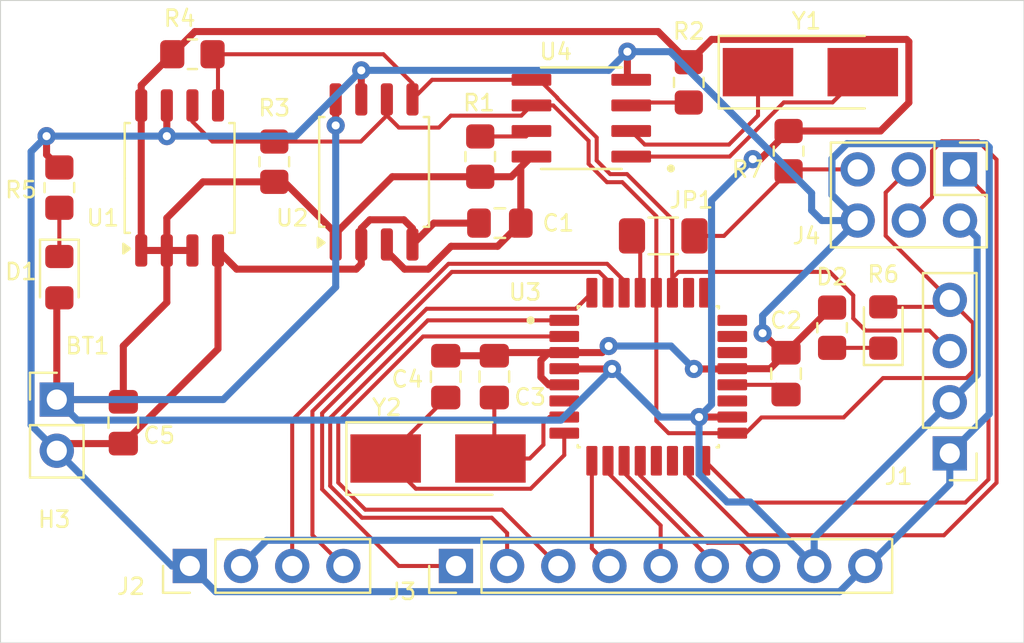
<source format=kicad_pcb>
(kicad_pcb (version 20240108) (generator "pcbnew") (generator_version "8.0")
  (title_block (title "${project_name}") (date "2024-10-04") (rev "1.0") (company "Lucas Vinicius Evangelista") (comment 1 "2 Layer PCB"))
  (layers (0 "F.Cu" signal) (31 "B.Cu" signal) (34 "B.Paste" user) (35 "F.Paste" user) (36 "B.SilkS" user "B.Silkscreen") (37 "F.SilkS" user "F.Silkscreen") (38 "B.Mask" user) (39 "F.Mask" user) (44 "Edge.Cuts" user))
  (property "project_name" "MCU Datalogger with memory and clock")
  (net 0 "")
  (net 1 "GND")
  (net 2 "/Vcc")
  (net 3 "Net-(U3-AREF)")
  (net 5 "Net-(U3-PB6)")
  (net 6 "Net-(U3-PB7)")
  (net 7 "Net-(D1-K)")
  (net 8 "/SCK")
  (net 9 "Net-(D2-K)")
  (net 11 "/SDA")
  (net 13 "/RX")
  (net 14 "/TX")
  (net 15 "/D3")
  (net 16 "/D8")
  (net 17 "/D2")
  (net 18 "/D6")
  (net 19 "/D7")
  (net 20 "/D4")
  (net 21 "/D5")
  (net 23 "/MOSI")
  (net 24 "/RESET")
  (net 29 "/MISO")
  (net 30 "Net-(U4-SQW{slash}~INT)")
  (net 31 "Net-(U4-~{INTA})")
  (net 33 "Net-(U4-X2)")
  (net 34 "Net-(U4-X1)")
  (net 35 "/RESET(JMP)")
  (footprint "Capacitor_SMD:C_0805_2012Metric_Pad1.18x1.45mm_HandSolder" (layer "F.Cu") (at 121.330001 103.251 -90)
    (property "Reference" "C5" (at 0.635 -1.778 180) (layer "F.SilkS") (effects (font (size 0.8 0.8) (thickness 0.125))))
    (property "Value" "100nF" (hide yes))
    (pad "1" smd roundrect (at -1.0375 0 270) (size 1.175 1.45) (layers "F.Cu" "F.Paste" "F.Mask") (roundrect_rratio 0.212766) (net 2 "/Vcc"))
    (pad "2" smd roundrect (at 1.0375 0 270) (size 1.175 1.45) (layers "F.Cu" "F.Paste" "F.Mask") (roundrect_rratio 0.212766) (net 1 "GND"))
  )
  (footprint "Resistor_SMD:R_0805_2012Metric_Pad1.20x1.40mm_HandSolder" (layer "F.Cu") (at 154.350001 89.773 90)
    (property "Reference" "R7" (at -0.905 -2.032 180) (layer "F.SilkS") (effects (font (size 0.8 0.8) (thickness 0.125))))
    (property "Value" "10K" (hide yes))
    (pad "1" smd roundrect (at -1 0 90) (size 1.2 1.4) (layers "F.Cu" "F.Paste" "F.Mask") (roundrect_rratio 0.208333) (net 24 "/RESET"))
    (pad "2" smd roundrect (at 1 0 90) (size 1.2 1.4) (layers "F.Cu" "F.Paste" "F.Mask") (roundrect_rratio 0.208333) (net 2 "/Vcc"))
  )
  (footprint "Capacitor_SMD:C_0805_2012Metric_Pad1.18x1.45mm_HandSolder" (layer "F.Cu") (at 140.020501 93.345 180)
    (property "Reference" "C1" (at -2.8995 0 180) (layer "F.SilkS") (effects (font (size 0.8 0.8) (thickness 0.125))))
    (property "Value" "0.1u" (hide yes))
    (pad "1" smd roundrect (at -1.0375 0 180) (size 1.175 1.45) (layers "F.Cu" "F.Paste" "F.Mask") (roundrect_rratio 0.212766) (net 2 "/Vcc"))
    (pad "2" smd roundrect (at 1.0375 0 180) (size 1.175 1.45) (layers "F.Cu" "F.Paste" "F.Mask") (roundrect_rratio 0.212766) (net 1 "GND"))
  )
  (footprint "Resistor_SMD:R_0805_2012Metric_Pad1.20x1.40mm_HandSolder" (layer "F.Cu") (at 139.045001 90.043 90)
    (property "Reference" "R1" (at 2.667 -0.062 180) (layer "F.SilkS") (effects (font (size 0.8 0.8) (thickness 0.125))))
    (property "Value" "10K" (hide yes))
    (pad "1" smd roundrect (at -1 0 90) (size 1.2 1.4) (layers "F.Cu" "F.Paste" "F.Mask") (roundrect_rratio 0.208333) (net 2 "/Vcc"))
    (pad "2" smd roundrect (at 1 0 90) (size 1.2 1.4) (layers "F.Cu" "F.Paste" "F.Mask") (roundrect_rratio 0.208333) (net 30 "Net-(U4-SQW{slash}~INT)"))
  )
  (footprint "Resistor_SMD:R_0805_2012Metric_Pad1.20x1.40mm_HandSolder" (layer "F.Cu") (at 124.759001 84.963 180)
    (property "Reference" "R4" (at 0.635 1.778 360) (layer "F.SilkS") (effects (font (size 0.8 0.8) (thickness 0.125))))
    (property "Value" "4.7K" (hide yes))
    (pad "1" smd roundrect (at -1 0 180) (size 1.2 1.4) (layers "F.Cu" "F.Paste" "F.Mask") (roundrect_rratio 0.208333) (net 11 "/SDA"))
    (pad "2" smd roundrect (at 1 0 180) (size 1.2 1.4) (layers "F.Cu" "F.Paste" "F.Mask") (roundrect_rratio 0.208333) (net 2 "/Vcc"))
  )
  (footprint "Connector_PinHeader_2.54mm:PinHeader_1x04_P2.54mm_Vertical" (layer "F.Cu") (at 162.351001 104.775 180)
    (property "Reference" "J1" (at 2.54 -1.143 360) (layer "F.SilkS") (effects (font (size 0.8 0.8) (thickness 0.125))))
    (property "Value" "Conn_01x04_Pin" (hide yes))
    (pad "1" thru_hole rect (at 0 0 180) (size 1.7 1.7) (drill 1) (layers "*.Cu" "*.Mask") (net 1 "GND"))
    (pad "2" thru_hole oval (at 0 2.54 180) (size 1.7 1.7) (drill 1) (layers "*.Cu" "*.Mask") (net 2 "/Vcc"))
    (pad "3" thru_hole oval (at 0 5.08 180) (size 1.7 1.7) (drill 1) (layers "*.Cu" "*.Mask") (net 11 "/SDA"))
    (pad "4" thru_hole oval (at 0 7.62 180) (size 1.7 1.7) (drill 1) (layers "*.Cu" "*.Mask") (net 8 "/SCK"))
  )
  (footprint "Connector_PinHeader_2.54mm:PinHeader_2x03_P2.54mm_Vertical" (layer "F.Cu") (at 162.859001 90.678 -90)
    (property "Reference" "J4" (at 3.302 7.62 180) (layer "F.SilkS") (effects (font (size 0.8 0.8) (thickness 0.125))))
    (property "Value" "Conn_02x03_Odd_Even" (hide yes))
    (pad "1" thru_hole rect (at 0 0 270) (size 1.7 1.7) (drill 1) (layers "*.Cu" "*.Mask") (net 29 "/MISO"))
    (pad "2" thru_hole oval (at 2.54 0 270) (size 1.7 1.7) (drill 1) (layers "*.Cu" "*.Mask") (net 2 "/Vcc"))
    (pad "3" thru_hole oval (at 0 2.54 270) (size 1.7 1.7) (drill 1) (layers "*.Cu" "*.Mask") (net 8 "/SCK"))
    (pad "4" thru_hole oval (at 2.54 2.54 270) (size 1.7 1.7) (drill 1) (layers "*.Cu" "*.Mask") (net 23 "/MOSI"))
    (pad "5" thru_hole oval (at 0 5.08 270) (size 1.7 1.7) (drill 1) (layers "*.Cu" "*.Mask") (net 24 "/RESET"))
    (pad "6" thru_hole oval (at 2.54 5.08 270) (size 1.7 1.7) (drill 1) (layers "*.Cu" "*.Mask") (net 1 "GND"))
  )
  (footprint "Capacitor_SMD:C_0805_2012Metric_Pad1.18x1.45mm_HandSolder" (layer "F.Cu") (at 154.223001 100.8165 90)
    (property "Reference" "C2" (at 2.6455 0 360) (layer "F.SilkS") (effects (font (size 0.8 0.8) (thickness 0.125))))
    (property "Value" "0.1u" (hide yes))
    (pad "1" smd roundrect (at -1.0375 0 90) (size 1.175 1.45) (layers "F.Cu" "F.Paste" "F.Mask") (roundrect_rratio 0.212766) (net 3 "Net-(U3-AREF)"))
    (pad "2" smd roundrect (at 1.0375 0 90) (size 1.175 1.45) (layers "F.Cu" "F.Paste" "F.Mask") (roundrect_rratio 0.212766) (net 1 "GND"))
  )
  (footprint "Capacitor_SMD:C_0805_2012Metric_Pad1.18x1.45mm_HandSolder" (layer "F.Cu") (at 137.332001 100.965 90)
    (property "Reference" "C4" (at -0.127 -1.905 180) (layer "F.SilkS") (effects (font (size 0.8 0.8) (thickness 0.125))))
    (property "Value" "22pF" (hide yes))
    (pad "1" smd roundrect (at -1.0375 0 90) (size 1.175 1.45) (layers "F.Cu" "F.Paste" "F.Mask") (roundrect_rratio 0.212766) (net 6 "Net-(U3-PB7)"))
    (pad "2" smd roundrect (at 1.0375 0 90) (size 1.175 1.45) (layers "F.Cu" "F.Paste" "F.Mask") (roundrect_rratio 0.212766) (net 1 "GND"))
  )
  (footprint "Connector_PinHeader_2.54mm:PinHeader_1x09_P2.54mm_Vertical" (layer "F.Cu") (at 137.840001 110.363 90)
    (property "Reference" "J3" (at -1.27 -2.667 180) (layer "F.SilkS") (effects (font (size 0.8 0.8) (thickness 0.125))))
    (property "Value" "Conn_01x09_Pin" (hide yes))
    (pad "1" thru_hole rect (at 0 0 90) (size 1.7 1.7) (drill 1) (layers "*.Cu" "*.Mask") (net 17 "/D2"))
    (pad "2" thru_hole oval (at 0 2.54 90) (size 1.7 1.7) (drill 1) (layers "*.Cu" "*.Mask") (net 15 "/D3"))
    (pad "3" thru_hole oval (at 0 5.08 90) (size 1.7 1.7) (drill 1) (layers "*.Cu" "*.Mask") (net 20 "/D4"))
    (pad "4" thru_hole oval (at 0 7.62 90) (size 1.7 1.7) (drill 1) (layers "*.Cu" "*.Mask") (net 21 "/D5"))
    (pad "5" thru_hole oval (at 0 10.16 90) (size 1.7 1.7) (drill 1) (layers "*.Cu" "*.Mask") (net 18 "/D6"))
    (pad "6" thru_hole oval (at 0 12.7 90) (size 1.7 1.7) (drill 1) (layers "*.Cu" "*.Mask") (net 19 "/D7"))
    (pad "7" thru_hole oval (at 0 15.24 90) (size 1.7 1.7) (drill 1) (layers "*.Cu" "*.Mask") (net 16 "/D8"))
    (pad "8" thru_hole oval (at 0 17.78 90) (size 1.7 1.7) (drill 1) (layers "*.Cu" "*.Mask") (net 2 "/Vcc"))
    (pad "9" thru_hole oval (at 0 20.32 90) (size 1.7 1.7) (drill 1) (layers "*.Cu" "*.Mask") (net 1 "GND"))
  )
  (footprint "LED_SMD:LED_0805_2012Metric_Pad1.15x1.40mm_HandSolder" (layer "F.Cu") (at 159.049001 98.527 90)
    (property "Reference" "D2" (at 2.515 -2.54 360) (layer "F.SilkS") (effects (font (size 0.8 0.8) (thickness 0.125))))
    (property "Value" "LED" (hide yes))
    (pad "1" smd roundrect (at -1.025 0 90) (size 1.15 1.4) (layers "F.Cu" "F.Paste" "F.Mask") (roundrect_rratio 0.217391) (net 9 "Net-(D2-K)"))
    (pad "2" smd roundrect (at 1.025 0 90) (size 1.15 1.4) (layers "F.Cu" "F.Paste" "F.Mask") (roundrect_rratio 0.217391) (net 8 "/SCK"))
  )
  (footprint "Resistor_SMD:R_1206_3216Metric_Pad1.30x1.75mm_HandSolder" (layer "F.Cu") (at 148.127001 93.98)
    (property "Reference" "JP1" (at 1.397 -1.778 0) (layer "F.SilkS") (effects (font (size 0.8 0.8) (thickness 0.125))))
    (property "Value" "Jumper_2_Bridged" (hide yes))
    (pad "1" smd roundrect (at -1.55 0) (size 1.3 1.75) (layers "F.Cu" "F.Paste" "F.Mask") (roundrect_rratio 0.192308) (net 35 "/RESET(JMP)"))
    (pad "2" smd roundrect (at 1.55 0) (size 1.3 1.75) (layers "F.Cu" "F.Paste" "F.Mask") (roundrect_rratio 0.192308) (net 24 "/RESET"))
  )
  (footprint "LED_SMD:LED_0805_2012Metric_Pad1.15x1.40mm_HandSolder" (layer "F.Cu") (at 118.155001 96.028 -90)
    (property "Reference" "D1" (at -0.27 1.905 180) (layer "F.SilkS") (effects (font (size 0.8 0.8) (thickness 0.125))))
    (property "Value" "LED" (hide yes))
    (pad "1" smd roundrect (at -1.025 0 270) (size 1.15 1.4) (layers "F.Cu" "F.Paste" "F.Mask") (roundrect_rratio 0.217391) (net 7 "Net-(D1-K)"))
    (pad "2" smd roundrect (at 1.025 0 270) (size 1.15 1.4) (layers "F.Cu" "F.Paste" "F.Mask") (roundrect_rratio 0.217391) (net 2 "/Vcc"))
  )
  (footprint "MountingHole:MountingHole_2.1mm" (layer "F.Cu") (at 117.901001 84.963)
    (property "Reference" "H1" (hide yes))
    (property "Value" "MountingHole" (hide yes))
    (pad "" np_thru_hole circle (at 0 0) (size 2.1 2.1) (drill 2.1) (layers "*.Cu" "*.Mask"))
  )
  (footprint "Capacitor_SMD:C_0805_2012Metric_Pad1.18x1.45mm_HandSolder" (layer "F.Cu") (at 139.745001 100.965 -90)
    (property "Reference" "C3" (at 1.016 -1.778 180) (layer "F.SilkS") (effects (font (size 0.8 0.8) (thickness 0.125))))
    (property "Value" "22pF" (hide yes))
    (pad "1" smd roundrect (at -1.0375 0 270) (size 1.175 1.45) (layers "F.Cu" "F.Paste" "F.Mask") (roundrect_rratio 0.212766) (net 1 "GND"))
    (pad "2" smd roundrect (at 1.0375 0 270) (size 1.175 1.45) (layers "F.Cu" "F.Paste" "F.Mask") (roundrect_rratio 0.212766) (net 5 "Net-(U3-PB6)"))
  )
  (footprint "Crystal:Crystal_SMD_5032-2Pin_5.0x3.2mm_HandSoldering" (layer "F.Cu") (at 155.433001 85.852)
    (property "Reference" "Y1" (at -0.194 -2.54 180) (layer "F.SilkS") (effects (font (size 0.8 0.8) (thickness 0.125))))
    (property "Value" "32.768kHz" (hide yes))
    (pad "1" smd rect (at -2.6 0) (size 3.5 2.4) (layers "F.Cu" "F.Paste" "F.Mask") (net 33 "Net-(U4-X2)"))
    (pad "2" smd rect (at 2.6 0) (size 3.5 2.4) (layers "F.Cu" "F.Paste" "F.Mask") (net 34 "Net-(U4-X1)"))
  )
  (footprint "MountingHole:MountingHole_2.1mm" (layer "F.Cu") (at 117.901001 111.252)
    (property "Reference" "H3" (at 0 -3.2 0) (layer "F.SilkS") (effects (font (size 0.8 0.8) (thickness 0.125))))
    (property "Value" "MountingHole" (hide yes))
    (pad "" np_thru_hole circle (at 0 0) (size 2.1 2.1) (drill 2.1) (layers "*.Cu" "*.Mask"))
  )
  (footprint "Resistor_SMD:R_0805_2012Metric_Pad1.20x1.40mm_HandSolder" (layer "F.Cu") (at 128.823001 90.297 90)
    (property "Reference" "R3" (at 2.667 0 180) (layer "F.SilkS") (effects (font (size 0.8 0.8) (thickness 0.125))))
    (property "Value" "4.7K" (hide yes))
    (pad "1" smd roundrect (at -1 0 90) (size 1.2 1.4) (layers "F.Cu" "F.Paste" "F.Mask") (roundrect_rratio 0.208333) (net 2 "/Vcc"))
    (pad "2" smd roundrect (at 1 0 90) (size 1.2 1.4) (layers "F.Cu" "F.Paste" "F.Mask") (roundrect_rratio 0.208333) (net 8 "/SCK"))
  )
  (footprint "Connector_PinHeader_2.54mm:PinHeader_1x02_P2.54mm_Vertical" (layer "F.Cu") (at 118.028001 102.103)
    (property "Reference" "BT1" (at 1.524 -2.662 0) (layer "F.SilkS") (effects (font (size 0.8 0.8) (thickness 0.125))))
    (property "Value" "Battery" (hide yes))
    (pad "1" thru_hole rect (at 0 0) (size 1.7 1.7) (drill 1) (layers "*.Cu" "*.Mask") (net 2 "/Vcc"))
    (pad "2" thru_hole oval (at 0 2.54) (size 1.7 1.7) (drill 1) (layers "*.Cu" "*.Mask") (net 1 "GND"))
  )
  (footprint "Resistor_SMD:R_0805_2012Metric_Pad1.20x1.40mm_HandSolder" (layer "F.Cu") (at 149.397001 86.36 -90)
    (property "Reference" "R2" (at -2.54 0 180) (layer "F.SilkS") (effects (font (size 0.8 0.8) (thickness 0.125))))
    (property "Value" "10K" (hide yes))
    (pad "1" smd roundrect (at -1 0 270) (size 1.2 1.4) (layers "F.Cu" "F.Paste" "F.Mask") (roundrect_rratio 0.208333) (net 2 "/Vcc"))
    (pad "2" smd roundrect (at 1 0 270) (size 1.2 1.4) (layers "F.Cu" "F.Paste" "F.Mask") (roundrect_rratio 0.208333) (net 31 "Net-(U4-~{INTA})"))
  )
  (footprint "Package_SO:SOIC-8_5.23x5.23mm_P1.27mm" (layer "F.Cu") (at 124.124001 91.103 90)
    (property "Reference" "U1" (at -1.988 -3.81 180) (layer "F.SilkS") (effects (font (size 0.8 0.8) (thickness 0.125))))
    (property "Value" "24LC1025" (hide yes))
    (pad "1" smd roundrect (at -3.6 -1.905 90) (size 1.6 0.6) (layers "F.Cu" "F.Paste" "F.Mask") (net 2 "/Vcc"))
    (pad "2" smd roundrect (at -3.6 -0.635 90) (size 1.6 0.6) (layers "F.Cu" "F.Paste" "F.Mask") (net 2 "/Vcc"))
    (pad "3" smd roundrect (at -3.6 0.635 90) (size 1.6 0.6) (layers "F.Cu" "F.Paste" "F.Mask") (net 2 "/Vcc"))
    (pad "4" smd roundrect (at -3.6 1.905 90) (size 1.6 0.6) (layers "F.Cu" "F.Paste" "F.Mask") (net 1 "GND"))
    (pad "5" smd roundrect (at 3.6 1.905 90) (size 1.6 0.6) (layers "F.Cu" "F.Paste" "F.Mask") (net 11 "/SDA"))
    (pad "6" smd roundrect (at 3.6 0.635 90) (size 1.6 0.6) (layers "F.Cu" "F.Paste" "F.Mask") (net 8 "/SCK"))
    (pad "7" smd roundrect (at 3.6 -0.635 90) (size 1.6 0.6) (layers "F.Cu" "F.Paste" "F.Mask") (net 1 "GND"))
    (pad "8" smd roundrect (at 3.6 -1.905 90) (size 1.6 0.6) (layers "F.Cu" "F.Paste" "F.Mask") (net 2 "/Vcc"))
  )
  (footprint "MountingHole:MountingHole_2.1mm" (layer "F.Cu") (at 163.367001 111.252)
    (property "Reference" "H4" (hide yes))
    (property "Value" "MountingHole" (hide yes))
    (pad "" np_thru_hole circle (at 0 0) (size 2.1 2.1) (drill 2.1) (layers "*.Cu" "*.Mask"))
  )
  (footprint "Connector_PinHeader_2.54mm:PinHeader_1x04_P2.54mm_Vertical" (layer "F.Cu") (at 124.632001 110.363 90)
    (property "Reference" "J2" (at -1.016 -2.921 180) (layer "F.SilkS") (effects (font (size 0.8 0.8) (thickness 0.125))))
    (property "Value" "Conn_01x04_Pin" (hide yes))
    (pad "1" thru_hole rect (at 0 0 90) (size 1.7 1.7) (drill 1) (layers "*.Cu" "*.Mask") (net 1 "GND"))
    (pad "2" thru_hole oval (at 0 2.54 90) (size 1.7 1.7) (drill 1) (layers "*.Cu" "*.Mask") (net 2 "/Vcc"))
    (pad "3" thru_hole oval (at 0 5.08 90) (size 1.7 1.7) (drill 1) (layers "*.Cu" "*.Mask") (net 13 "/RX"))
    (pad "4" thru_hole oval (at 0 7.62 90) (size 1.7 1.7) (drill 1) (layers "*.Cu" "*.Mask") (net 14 "/TX"))
  )
  (footprint "Resistor_SMD:R_0805_2012Metric_Pad1.20x1.40mm_HandSolder" (layer "F.Cu") (at 156.509001 98.536 -90)
    (property "Reference" "R6" (at -2.651 -2.54 360) (layer "F.SilkS") (effects (font (size 0.8 0.8) (thickness 0.125))))
    (property "Value" "330" (hide yes))
    (pad "1" smd roundrect (at -1 0 270) (size 1.2 1.4) (layers "F.Cu" "F.Paste" "F.Mask") (roundrect_rratio 0.208333) (net 1 "GND"))
    (pad "2" smd roundrect (at 1 0 270) (size 1.2 1.4) (layers "F.Cu" "F.Paste" "F.Mask") (roundrect_rratio 0.208333) (net 9 "Net-(D2-K)"))
  )
  (footprint "Resistor_SMD:R_0805_2012Metric_Pad1.20x1.40mm_HandSolder" (layer "F.Cu") (at 118.155001 91.583 90)
    (property "Reference" "R5" (at -0.111 -1.905 180) (layer "F.SilkS") (effects (font (size 0.8 0.8) (thickness 0.125))))
    (property "Value" "330" (hide yes))
    (pad "1" smd roundrect (at -1 0 90) (size 1.2 1.4) (layers "F.Cu" "F.Paste" "F.Mask") (roundrect_rratio 0.208333) (net 7 "Net-(D1-K)"))
    (pad "2" smd roundrect (at 1 0 90) (size 1.2 1.4) (layers "F.Cu" "F.Paste" "F.Mask") (roundrect_rratio 0.208333) (net 1 "GND"))
  )
  (footprint "Crystal:Crystal_SMD_5032-2Pin_5.0x3.2mm_HandSoldering" (layer "F.Cu") (at 136.951001 105.029)
    (property "Reference" "Y2" (at -2.54 -2.54 360) (layer "F.SilkS") (effects (font (size 0.8 0.8) (thickness 0.125))))
    (property "Value" "16KHz" (hide yes))
    (pad "1" smd rect (at -2.6 0) (size 3.5 2.4) (layers "F.Cu" "F.Paste" "F.Mask") (net 6 "Net-(U3-PB7)"))
    (pad "2" smd rect (at 2.6 0) (size 3.5 2.4) (layers "F.Cu" "F.Paste" "F.Mask") (net 5 "Net-(U3-PB6)"))
  )
  (footprint "ATMEGA328P-AU:QFP80P900X900X120-32N" (layer "F.Cu") (at 147.386001 100.971)
    (property "Reference" "U3" (at -6.117 -4.197 360) (layer "F.SilkS") (effects (font (size 0.8 0.8) (thickness 0.125))))
    (property "Value" "ATMEGA328P-AU" (hide yes))
    (pad "1" smd roundrect (at -4.17 -2.8) (size 1.47 0.55) (layers "F.Cu" "F.Paste" "F.Mask") (roundrect_rratio 0.125) (net 15 "/D3"))
    (pad "2" smd roundrect (at -4.17 -2) (size 1.47 0.55) (layers "F.Cu" "F.Paste" "F.Mask") (roundrect_rratio 0.125) (net 20 "/D4"))
    (pad "3" smd roundrect (at -4.17 -1.2) (size 1.47 0.55) (layers "F.Cu" "F.Paste" "F.Mask") (roundrect_rratio 0.125) (net 1 "GND"))
    (pad "4" smd roundrect (at -4.17 -0.4) (size 1.47 0.55) (layers "F.Cu" "F.Paste" "F.Mask") (roundrect_rratio 0.125) (net 2 "/Vcc"))
    (pad "5" smd roundrect (at -4.17 0.4) (size 1.47 0.55) (layers "F.Cu" "F.Paste" "F.Mask") (roundrect_rratio 0.125) (net 1 "GND"))
    (pad "6" smd roundrect (at -4.17 1.2) (size 1.47 0.55) (layers "F.Cu" "F.Paste" "F.Mask") (roundrect_rratio 0.125))
    (pad "7" smd roundrect (at -4.17 2) (size 1.47 0.55) (layers "F.Cu" "F.Paste" "F.Mask") (roundrect_rratio 0.125) (net 5 "Net-(U3-PB6)"))
    (pad "8" smd roundrect (at -4.17 2.8) (size 1.47 0.55) (layers "F.Cu" "F.Paste" "F.Mask") (roundrect_rratio 0.125) (net 6 "Net-(U3-PB7)"))
    (pad "9" smd roundrect (at -2.8 4.17) (size 0.55 1.47) (layers "F.Cu" "F.Paste" "F.Mask") (roundrect_rratio 0.125) (net 21 "/D5"))
    (pad "10" smd roundrect (at -2 4.17) (size 0.55 1.47) (layers "F.Cu" "F.Paste" "F.Mask") (roundrect_rratio 0.125) (net 18 "/D6"))
    (pad "11" smd roundrect (at -1.2 4.17) (size 0.55 1.47) (layers "F.Cu" "F.Paste" "F.Mask") (roundrect_rratio 0.125) (net 19 "/D7"))
    (pad "12" smd roundrect (at -0.4 4.17) (size 0.55 1.47) (layers "F.Cu" "F.Paste" "F.Mask") (roundrect_rratio 0.125) (net 16 "/D8"))
    (pad "13" smd roundrect (at 0.4 4.17) (size 0.55 1.47) (layers "F.Cu" "F.Paste" "F.Mask") (roundrect_rratio 0.125))
    (pad "14" smd roundrect (at 1.2 4.17) (size 0.55 1.47) (layers "F.Cu" "F.Paste" "F.Mask") (roundrect_rratio 0.125))
    (pad "15" smd roundrect (at 2 4.17) (size 0.55 1.47) (layers "F.Cu" "F.Paste" "F.Mask") (roundrect_rratio 0.125) (net 23 "/MOSI"))
    (pad "16" smd roundrect (at 2.8 4.17) (size 0.55 1.47) (layers "F.Cu" "F.Paste" "F.Mask") (roundrect_rratio 0.125) (net 29 "/MISO"))
    (pad "17" smd roundrect (at 4.17 2.8) (size 1.47 0.55) (layers "F.Cu" "F.Paste" "F.Mask") (roundrect_rratio 0.125) (net 8 "/SCK"))
    (pad "18" smd roundrect (at 4.17 2) (size 1.47 0.55) (layers "F.Cu" "F.Paste" "F.Mask") (roundrect_rratio 0.125) (net 2 "/Vcc"))
    (pad "19" smd roundrect (at 4.17 1.2) (size 1.47 0.55) (layers "F.Cu" "F.Paste" "F.Mask") (roundrect_rratio 0.125))
    (pad "20" smd roundrect (at 4.17 0.4) (size 1.47 0.55) (layers "F.Cu" "F.Paste" "F.Mask") (roundrect_rratio 0.125) (net 3 "Net-(U3-AREF)"))
    (pad "21" smd roundrect (at 4.17 -0.4) (size 1.47 0.55) (layers "F.Cu" "F.Paste" "F.Mask") (roundrect_rratio 0.125) (net 1 "GND"))
    (pad "22" smd roundrect (at 4.17 -1.2) (size 1.47 0.55) (layers "F.Cu" "F.Paste" "F.Mask") (roundrect_rratio 0.125))
    (pad "23" smd roundrect (at 4.17 -2) (size 1.47 0.55) (layers "F.Cu" "F.Paste" "F.Mask") (roundrect_rratio 0.125))
    (pad "24" smd roundrect (at 4.17 -2.8) (size 1.47 0.55) (layers "F.Cu" "F.Paste" "F.Mask") (roundrect_rratio 0.125))
    (pad "25" smd roundrect (at 2.8 -4.17) (size 0.55 1.47) (layers "F.Cu" "F.Paste" "F.Mask") (roundrect_rratio 0.125))
    (pad "26" smd roundrect (at 2 -4.17) (size 0.55 1.47) (layers "F.Cu" "F.Paste" "F.Mask") (roundrect_rratio 0.125))
    (pad "27" smd roundrect (at 1.2 -4.17) (size 0.55 1.47) (layers "F.Cu" "F.Paste" "F.Mask") (roundrect_rratio 0.125) (net 11 "/SDA"))
    (pad "28" smd roundrect (at 0.4 -4.17) (size 0.55 1.47) (layers "F.Cu" "F.Paste" "F.Mask") (roundrect_rratio 0.125) (net 8 "/SCK"))
    (pad "29" smd roundrect (at -0.4 -4.17) (size 0.55 1.47) (layers "F.Cu" "F.Paste" "F.Mask") (roundrect_rratio 0.125) (net 35 "/RESET(JMP)"))
    (pad "30" smd roundrect (at -1.2 -4.17) (size 0.55 1.47) (layers "F.Cu" "F.Paste" "F.Mask") (roundrect_rratio 0.125) (net 13 "/RX"))
    (pad "31" smd roundrect (at -2 -4.17) (size 0.55 1.47) (layers "F.Cu" "F.Paste" "F.Mask") (roundrect_rratio 0.125) (net 14 "/TX"))
    (pad "32" smd roundrect (at -2.8 -4.17) (size 0.55 1.47) (layers "F.Cu" "F.Paste" "F.Mask") (roundrect_rratio 0.125) (net 17 "/D2"))
  )
  (footprint "MountingHole:MountingHole_2.1mm" (layer "F.Cu") (at 163.113001 84.963)
    (property "Reference" "H2" (hide yes))
    (property "Value" "MountingHole" (hide yes))
    (pad "" np_thru_hole circle (at 0 0) (size 2.1 2.1) (drill 2.1) (layers "*.Cu" "*.Mask"))
  )
  (footprint "Package_SO:SOIC-8_5.23x5.23mm_P1.27mm" (layer "F.Cu") (at 133.776001 90.805 90)
    (property "Reference" "U2" (at -2.286 -4.064 180) (layer "F.SilkS") (effects (font (size 0.8 0.8) (thickness 0.125))))
    (property "Value" "24LC1025" (hide yes))
    (pad "1" smd roundrect (at -3.6 -1.905 90) (size 1.6 0.6) (layers "F.Cu" "F.Paste" "F.Mask") (net 2 "/Vcc"))
    (pad "2" smd roundrect (at -3.6 -0.635 90) (size 1.6 0.6) (layers "F.Cu" "F.Paste" "F.Mask") (net 1 "GND"))
    (pad "3" smd roundrect (at -3.6 0.635 90) (size 1.6 0.6) (layers "F.Cu" "F.Paste" "F.Mask") (net 2 "/Vcc"))
    (pad "4" smd roundrect (at -3.6 1.905 90) (size 1.6 0.6) (layers "F.Cu" "F.Paste" "F.Mask") (net 1 "GND"))
    (pad "5" smd roundrect (at 3.6 1.905 90) (size 1.6 0.6) (layers "F.Cu" "F.Paste" "F.Mask") (net 11 "/SDA"))
    (pad "6" smd roundrect (at 3.6 0.635 90) (size 1.6 0.6) (layers "F.Cu" "F.Paste" "F.Mask") (net 8 "/SCK"))
    (pad "7" smd roundrect (at 3.6 -0.635 90) (size 1.6 0.6) (layers "F.Cu" "F.Paste" "F.Mask") (net 1 "GND"))
    (pad "8" smd roundrect (at 3.6 -1.905 90) (size 1.6 0.6) (layers "F.Cu" "F.Paste" "F.Mask") (net 2 "/Vcc"))
  )
  (footprint "DS1337S_:SOIC127P600X175-8N" (layer "F.Cu") (at 144.063001 88.138 180)
    (property "Reference" "U4" (at 1.27 3.302 360) (layer "F.SilkS") (effects (font (size 0.8 0.8) (thickness 0.125))))
    (property "Value" "DS1337S_" (hide yes))
    (pad "1" smd roundrect (at -2.475 -1.905 180) (size 1.97 0.59) (layers "F.Cu" "F.Paste" "F.Mask") (roundrect_rratio 0.125) (net 34 "Net-(U4-X1)"))
    (pad "2" smd roundrect (at -2.475 -0.635 180) (size 1.97 0.59) (layers "F.Cu" "F.Paste" "F.Mask") (roundrect_rratio 0.125) (net 33 "Net-(U4-X2)"))
    (pad "3" smd roundrect (at -2.475 0.635 180) (size 1.97 0.59) (layers "F.Cu" "F.Paste" "F.Mask") (roundrect_rratio 0.125) (net 31 "Net-(U4-~{INTA})"))
    (pad "4" smd roundrect (at -2.475 1.905 180) (size 1.97 0.59) (layers "F.Cu" "F.Paste" "F.Mask") (roundrect_rratio 0.125) (net 1 "GND"))
    (pad "5" smd roundrect (at 2.475 1.905 180) (size 1.97 0.59) (layers "F.Cu" "F.Paste" "F.Mask") (roundrect_rratio 0.125) (net 11 "/SDA"))
    (pad "6" smd roundrect (at 2.475 0.635 180) (size 1.97 0.59) (layers "F.Cu" "F.Paste" "F.Mask") (roundrect_rratio 0.125) (net 8 "/SCK"))
    (pad "7" smd roundrect (at 2.475 -0.635 180) (size 1.97 0.59) (layers "F.Cu" "F.Paste" "F.Mask") (roundrect_rratio 0.125) (net 30 "Net-(U4-SQW{slash}~INT)"))
    (pad "8" smd roundrect (at 2.475 -1.905 180) (size 1.97 0.59) (layers "F.Cu" "F.Paste" "F.Mask") (roundrect_rratio 0.125) (net 2 "/Vcc"))
  )
  (gr_rect (start 115.234001 82.296) (end 166.034001 114.173) (stroke (width 0.05)) (fill none) (layer "Edge.Cuts"))
  (segment (start 117.520001 89.027) (end 117.520001 89.948) (width 0.35) (layer "F.Cu") (net 1))
  (segment (start 139.745001 99.9275) (end 139.901501 99.771) (width 0.35) (layer "F.Cu") (net 1))
  (segment (start 133.141001 95.377) (end 133.141001 94.405) (width 0.35) (layer "F.Cu") (net 1))
  (segment (start 142.443329 99.771) (end 142.056001 100.158328) (width 0.35) (layer "F.Cu") (net 1))
  (segment (start 142.056001 100.983672) (end 142.443329 101.371) (width 0.35) (layer "F.Cu") (net 1))
  (segment (start 142.443329 101.371) (end 143.216001 101.371) (width 0.35) (layer "F.Cu") (net 1))
  (segment (start 145.09674 99.771) (end 145.421818 99.445922) (width 0.35) (layer "F.Cu") (net 1))
  (segment (start 139.901501 99.771) (end 143.216001 99.771) (width 0.35) (layer "F.Cu") (net 1))
  (segment (start 156.509001 97.536) (end 156.466001 97.536) (width 0.35) (layer "F.Cu") (net 1))
  (segment (start 123.489001 89.027) (end 123.489001 87.503) (width 0.35) (layer "F.Cu") (net 1))
  (segment (start 151.556001 100.571) (end 153.431001 100.571) (width 0.35) (layer "F.Cu") (net 1))
  (segment (start 153.431001 100.571) (end 154.223001 99.779) (width 0.35) (layer "F.Cu") (net 1))
  (segment (start 136.741001 93.345) (end 135.681001 94.405) (width 0.35) (layer "F.Cu") (net 1))
  (segment (start 143.216001 99.771) (end 145.09674 99.771) (width 0.35) (layer "F.Cu") (net 1))
  (segment (start 135.681001 93.605001) (end 135.681001 94.405) (width 0.35) (layer "F.Cu") (net 1))
  (segment (start 143.216001 99.771) (end 142.443329 99.771) (width 0.35) (layer "F.Cu") (net 1))
  (segment (start 154.223001 99.779) (end 154.031539 99.779) (width 0.35) (layer "F.Cu") (net 1))
  (segment (start 133.141001 85.763) (end 133.141001 87.205) (width 0.35) (layer "F.Cu") (net 1))
  (segment (start 146.349001 86.044) (end 146.538001 86.233) (width 0.35) (layer "F.Cu") (net 1))
  (segment (start 137.332001 99.9275) (end 139.745001 99.9275) (width 0.35) (layer "F.Cu") (net 1))
  (segment (start 126.956001 95.63) (end 132.888001 95.63) (width 0.35) (layer "F.Cu") (net 1))
  (segment (start 133.141001 94.405) (end 133.141001 93.605001) (width 0.35) (layer "F.Cu") (net 1))
  (segment (start 133.566002 93.18) (end 135.256 93.18) (width 0.35) (layer "F.Cu") (net 1))
  (segment (start 154.031539 99.779) (end 153.059827 98.807288) (width 0.35) (layer "F.Cu") (net 1))
  (segment (start 146.349001 84.836) (end 146.349001 86.044) (width 0.35) (layer "F.Cu") (net 1))
  (segment (start 121.330001 104.2885) (end 126.029001 99.5895) (width 0.35) (layer "F.Cu") (net 1))
  (segment (start 133.141001 93.605001) (end 133.566002 93.18) (width 0.35) (layer "F.Cu") (net 1))
  (segment (start 118.382501 104.2885) (end 118.028001 104.643) (width 0.35) (layer "F.Cu") (net 1))
  (segment (start 123.489001 87.503) (end 123.489001 87.122) (width 0.35) (layer "F.Cu") (net 1))
  (segment (start 156.466001 97.536) (end 154.223001 99.779) (width 0.35) (layer "F.Cu") (net 1))
  (segment (start 126.029001 99.5895) (end 126.029001 94.703) (width 0.35) (layer "F.Cu") (net 1))
  (segment (start 121.330001 104.2885) (end 118.382501 104.2885) (width 0.35) (layer "F.Cu") (net 1))
  (segment (start 135.256 93.18) (end 135.681001 93.605001) (width 0.35) (layer "F.Cu") (net 1))
  (segment (start 117.520001 89.948) (end 118.155001 90.583) (width 0.35) (layer "F.Cu") (net 1))
  (segment (start 138.983001 93.345) (end 136.741001 93.345) (width 0.35) (layer "F.Cu") (net 1))
  (segment (start 126.029001 94.703) (end 126.956001 95.63) (width 0.35) (layer "F.Cu") (net 1))
  (segment (start 132.888001 95.63) (end 133.141001 95.377) (width 0.35) (layer "F.Cu") (net 1))
  (segment (start 142.056001 100.158328) (end 142.056001 100.983672) (width 0.35) (layer "F.Cu") (net 1))
  (segment (start 149.651001 100.584) (end 151.543001 100.584) (width 0.35) (layer "F.Cu") (net 1))
  (segment (start 151.543001 100.584) (end 151.556001 100.571) (width 0.35) (layer "F.Cu") (net 1))
  (via (at 146.349001 84.836) (size 0.9) (drill 0.4) (layers "F.Cu" "B.Cu") (net 1))
  (via (at 117.520001 89.027) (size 0.9) (drill 0.4) (layers "F.Cu" "B.Cu") (net 1))
  (via (at 153.059827 98.807288) (size 0.9) (drill 0.4) (layers "F.Cu" "B.Cu") (net 1))
  (via (at 123.489001 89.027) (size 0.9) (drill 0.4) (layers "F.Cu" "B.Cu") (net 1))
  (via (at 145.421818 99.445922) (size 0.9) (drill 0.4) (layers "F.Cu" "B.Cu") (net 1))
  (via (at 149.651001 100.584) (size 0.9) (drill 0.4) (layers "F.Cu" "B.Cu") (net 1))
  (via (at 133.141001 85.763) (size 0.9) (drill 0.4) (layers "F.Cu" "B.Cu") (net 1))
  (segment (start 164.309001 89.578) (end 164.134001 89.403) (width 0.35) (layer "B.Cu") (net 1))
  (segment (start 162.351001 104.775) (end 164.309001 102.817) (width 0.35) (layer "B.Cu") (net 1))
  (segment (start 148.475438 84.836) (end 155.493001 91.853563) (width 0.35) (layer "B.Cu") (net 1))
  (segment (start 153.059827 97.937174) (end 157.779001 93.218) (width 0.35) (layer "B.Cu") (net 1))
  (segment (start 118.028001 104.643) (end 116.753001 103.368) (width 0.35) (layer "B.Cu") (net 1))
  (segment (start 125.907001 111.638) (end 156.885001 111.638) (width 0.35) (layer "B.Cu") (net 1))
  (segment (start 116.753001 103.368) (end 116.753001 89.794) (width 0.35) (layer "B.Cu") (net 1))
  (segment (start 156.504001 91.943) (end 157.779001 93.218) (width 0.35) (layer "B.Cu") (net 1))
  (segment (start 155.493001 92.71) (end 156.001001 93.218) (width 0.35) (layer "B.Cu") (net 1))
  (segment (start 153.059827 98.807288) (end 153.059827 97.937174) (width 0.35) (layer "B.Cu") (net 1))
  (segment (start 156.504001 90.149877) (end 156.504001 91.943) (width 0.35) (layer "B.Cu") (net 1))
  (segment (start 129.877001 89.027) (end 133.141001 85.763) (width 0.35) (layer "B.Cu") (net 1))
  (segment (start 156.001001 93.218) (end 157.779001 93.218) (width 0.35) (layer "B.Cu") (net 1))
  (segment (start 145.422001 85.763) (end 146.349001 84.836) (width 0.35) (layer "B.Cu") (net 1))
  (segment (start 118.028001 104.643) (end 123.748001 110.363) (width 0.35) (layer "B.Cu") (net 1))
  (segment (start 146.349001 84.836) (end 148.475438 84.836) (width 0.35) (layer "B.Cu") (net 1))
  (segment (start 117.520001 89.027) (end 123.489001 89.027) (width 0.35) (layer "B.Cu") (net 1))
  (segment (start 164.309001 102.817) (end 164.309001 89.578) (width 0.35) (layer "B.Cu") (net 1))
  (segment (start 123.748001 110.363) (end 124.632001 110.363) (width 0.35) (layer "B.Cu") (net 1))
  (segment (start 116.753001 89.794) (end 117.520001 89.027) (width 0.35) (layer "B.Cu") (net 1))
  (segment (start 158.287001 110.363) (end 162.351001 106.299) (width 0.35) (layer "B.Cu") (net 1))
  (segment (start 164.134001 89.403) (end 157.250878 89.403) (width 0.35) (layer "B.Cu") (net 1))
  (segment (start 158.160001 110.363) (end 158.287001 110.363) (width 0.35) (layer "B.Cu") (net 1))
  (segment (start 145.421818 99.445922) (end 148.512923 99.445922) (width 0.35) (layer "B.Cu") (net 1))
  (segment (start 124.632001 110.363) (end 125.907001 111.638) (width 0.35) (layer "B.Cu") (net 1))
  (segment (start 157.250878 89.403) (end 156.504001 90.149877) (width 0.35) (layer "B.Cu") (net 1))
  (segment (start 155.493001 91.853563) (end 155.493001 92.71) (width 0.35) (layer "B.Cu") (net 1))
  (segment (start 162.351001 106.299) (end 162.351001 104.775) (width 0.35) (layer "B.Cu") (net 1))
  (segment (start 148.512923 99.445922) (end 149.651001 100.584) (width 0.35) (layer "B.Cu") (net 1))
  (segment (start 133.141001 85.763) (end 145.422001 85.763) (width 0.35) (layer "B.Cu") (net 1))
  (segment (start 156.885001 111.638) (end 158.160001 110.363) (width 0.35) (layer "B.Cu") (net 1))
  (segment (start 123.489001 89.027) (end 129.877001 89.027) (width 0.35) (layer "B.Cu") (net 1))
  (segment (start 137.598539 94.495) (end 139.908001 94.495) (width 0.35) (layer "F.Cu") (net 2))
  (segment (start 143.229001 100.584) (end 143.216001 100.571) (width 0.35) (layer "F.Cu") (net 2))
  (segment (start 141.058001 90.573) (end 141.058001 93.345) (width 0.35) (layer "F.Cu") (net 2))
  (segment (start 147.875001 83.838) (end 149.397001 85.36) (width 0.35) (layer "F.Cu") (net 2))
  (segment (start 131.871001 87.205) (end 131.871001 88.497) (width 0.35) (layer "F.Cu") (net 2))
  (segment (start 124.884001 83.838) (end 147.875001 83.838) (width 0.35) (layer "F.Cu") (net 2))
  (segment (start 134.681001 91.043) (end 139.045001 91.043) (width 0.35) (layer "F.Cu") (net 2))
  (segment (start 131.871001 93.853) (end 134.681001 91.043) (width 0.35) (layer "F.Cu") (net 2))
  (segment (start 150.530001 84.227) (end 160.208001 84.227) (width 0.35) (layer "F.Cu") (net 2))
  (segment (start 158.912001 88.773) (end 154.350001 88.773) (width 0.35) (layer "F.Cu") (net 2))
  (segment (start 123.235001 94.703) (end 123.489001 94.703) (width 0.35) (layer "F.Cu") (net 2))
  (segment (start 136.462539 95.631) (end 137.598539 94.495) (width 0.35) (layer "F.Cu") (net 2))
  (segment (start 134.411001 94.752328) (end 135.289673 95.631) (width 0.35) (layer "F.Cu") (net 2))
  (segment (start 160.208001 84.227) (end 160.319001 84.338) (width 0.35) (layer "F.Cu") (net 2))
  (segment (start 151.556001 102.971) (end 149.905001 102.971) (width 0.35) (layer "F.Cu") (net 2))
  (segment (start 139.045001 91.043) (end 140.588001 91.043) (width 0.35) (layer "F.Cu") (net 2))
  (segment (start 152.953001 90.17) (end 154.350001 88.773) (width 0.35) (layer "F.Cu") (net 2))
  (segment (start 124.759001 94.703) (end 123.235001 94.703) (width 0.35) (layer "F.Cu") (net 2))
  (segment (start 129.315001 91.297) (end 131.871001 93.853) (width 0.35) (layer "F.Cu") (net 2))
  (segment (start 139.908001 94.495) (end 141.058001 93.345) (width 0.35) (layer "F.Cu") (net 2))
  (segment (start 121.219501 102.103) (end 121.330001 102.2135) (width 0.35) (layer "F.Cu") (net 2))
  (segment (start 160.319001 87.366) (end 158.912001 88.773) (width 0.35) (layer "F.Cu") (net 2))
  (segment (start 131.871001 94.405) (end 131.871001 93.853) (width 0.35) (layer "F.Cu") (net 2))
  (segment (start 121.330001 99.441) (end 123.489001 97.282) (width 0.35) (layer "F.Cu") (net 2))
  (segment (start 122.219001 94.703) (end 123.235001 94.703) (width 0.35) (layer "F.Cu") (net 2))
  (segment (start 123.759001 84.963) (end 124.884001 83.838) (width 0.35) (layer "F.Cu") (net 2))
  (segment (start 141.588001 90.043) (end 141.058001 90.573) (width 0.35) (layer "F.Cu") (net 2))
  (segment (start 122.219001 94.703) (end 122.219001 87.503) (width 0.35) (layer "F.Cu") (net 2))
  (segment (start 118.028001 102.103) (end 121.219501 102.103) (width 0.35) (layer "F.Cu") (net 2))
  (segment (start 152.572001 90.17) (end 152.953001 90.17) (width 0.35) (layer "F.Cu") (net 2))
  (segment (start 125.283001 91.297) (end 123.489001 93.091) (width 0.35) (layer "F.Cu") (net 2))
  (segment (start 128.823001 91.297) (end 125.283001 91.297) (width 0.35) (layer "F.Cu") (net 2))
  (segment (start 121.330001 102.2135) (end 121.330001 99.441) (width 0.35) (layer "F.Cu") (net 2))
  (segment (start 145.587001 100.584) (end 143.229001 100.584) (width 0.35) (layer "F.Cu") (net 2))
  (segment (start 122.219001 86.503) (end 122.219001 87.503) (width 0.35) (layer "F.Cu") (net 2))
  (segment (start 123.759001 84.963) (end 122.219001 86.503) (width 0.35) (layer "F.Cu") (net 2))
  (segment (start 140.588001 91.043) (end 141.588001 90.043) (width 0.35) (layer "F.Cu") (net 2))
  (segment (start 135.289673 95.631) (end 136.462539 95.631) (width 0.35) (layer "F.Cu") (net 2))
  (segment (start 128.823001 91.297) (end 129.315001 91.297) (width 0.35) (layer "F.Cu") (net 2))
  (segment (start 149.397001 85.36) (end 150.530001 84.227) (width 0.35) (layer "F.Cu") (net 2))
  (segment (start 118.028001 102.103) (end 118.028001 97.18) (width 0.35) (layer "F.Cu") (net 2))
  (segment (start 134.411001 94.405) (end 134.411001 94.752328) (width 0.35) (layer "F.Cu") (net 2))
  (segment (start 123.489001 93.091) (end 123.489001 94.703) (width 0.35) (layer "F.Cu") (net 2))
  (segment (start 160.319001 84.338) (end 160.319001 87.366) (width 0.35) (layer "F.Cu") (net 2))
  (segment (start 123.489001 97.282) (end 123.489001 94.703) (width 0.35) (layer "F.Cu") (net 2))
  (segment (start 118.028001 97.18) (end 118.155001 97.053) (width 0.35) (layer "F.Cu") (net 2))
  (via (at 131.871001 88.497) (size 0.9) (drill 0.4) (layers "F.Cu" "B.Cu") (net 2))
  (via (at 149.905001 102.971) (size 0.9) (drill 0.4) (layers "F.Cu" "B.Cu") (net 2))
  (via (at 145.587001 100.584) (size 0.9) (drill 0.4) (layers "F.Cu" "B.Cu") (net 2))
  (via (at 152.572001 90.17) (size 0.9) (drill 0.4) (layers "F.Cu" "B.Cu") (net 2))
  (segment (start 143.047001 103.124) (end 145.587001 100.584) (width 0.35) (layer "B.Cu") (net 2))
  (segment (start 118.028001 102.103) (end 119.049001 103.124) (width 0.35) (layer "B.Cu") (net 2))
  (segment (start 155.620001 110.363) (end 154.345001 109.088) (width 0.35) (layer "B.Cu") (net 2))
  (segment (start 131.871001 96.52) (end 126.288001 102.103) (width 0.35) (layer "B.Cu") (net 2))
  (segment (start 154.345001 109.088) (end 128.447001 109.088) (width 0.35) (layer "B.Cu") (net 2))
  (segment (start 131.871001 88.497) (end 131.871001 96.52) (width 0.35) (layer "B.Cu") (net 2))
  (segment (start 126.288001 102.103) (end 118.028001 102.103) (width 0.35) (layer "B.Cu") (net 2))
  (segment (start 150.526001 102.35) (end 150.526001 92.216) (width 0.35) (layer "B.Cu") (net 2))
  (segment (start 149.905001 102.971) (end 147.974001 102.971) (width 0.35) (layer "B.Cu") (net 2))
  (segment (start 163.709001 94.068) (end 163.709001 100.877) (width 0.35) (layer "B.Cu") (net 2))
  (segment (start 147.974001 102.971) (end 145.587001 100.584) (width 0.35) (layer "B.Cu") (net 2))
  (segment (start 128.447001 109.088) (end 127.172001 110.363) (width 0.35) (layer "B.Cu") (net 2))
  (segment (start 155.620001 110.363) (end 152.445001 107.188) (width 0.35) (layer "B.Cu") (net 2))
  (segment (start 162.351001 102.235) (end 155.620001 108.966) (width 0.35) (layer "B.Cu") (net 2))
  (segment (start 119.049001 103.124) (end 143.047001 103.124) (width 0.35) (layer "B.Cu") (net 2))
  (segment (start 149.905001 105.791) (end 149.905001 102.971) (width 0.35) (layer "B.Cu") (net 2))
  (segment (start 149.905001 102.971) (end 150.526001 102.35) (width 0.35) (layer "B.Cu") (net 2))
  (segment (start 162.859001 93.218) (end 163.709001 94.068) (width 0.35) (layer "B.Cu") (net 2))
  (segment (start 150.526001 92.216) (end 152.572001 90.17) (width 0.35) (layer "B.Cu") (net 2))
  (segment (start 152.445001 107.188) (end 151.302001 107.188) (width 0.35) (layer "B.Cu") (net 2))
  (segment (start 151.302001 107.188) (end 149.905001 105.791) (width 0.35) (layer "B.Cu") (net 2))
  (segment (start 155.620001 108.966) (end 155.620001 110.363) (width 0.35) (layer "B.Cu") (net 2))
  (segment (start 163.709001 100.877) (end 162.351001 102.235) (width 0.35) (layer "B.Cu") (net 2))
  (segment (start 151.556001 101.371) (end 153.740001 101.371) (width 0.2) (layer "F.Cu") (net 3))
  (segment (start 153.740001 101.371) (end 154.223001 101.854) (width 0.2) (layer "F.Cu") (net 3))
  (segment (start 141.501001 105.029) (end 142.181001 104.349) (width 0.2) (layer "F.Cu") (net 5))
  (segment (start 139.551001 105.029) (end 141.501001 105.029) (width 0.2) (layer "F.Cu") (net 5))
  (segment (start 142.481001 102.971) (end 143.216001 102.971) (width 0.2) (layer "F.Cu") (net 5))
  (segment (start 139.745001 104.835) (end 139.551001 105.029) (width 0.2) (layer "F.Cu") (net 5))
  (segment (start 142.181001 103.271) (end 142.481001 102.971) (width 0.2) (layer "F.Cu") (net 5))
  (segment (start 139.745001 102.0025) (end 139.745001 104.835) (width 0.2) (layer "F.Cu") (net 5))
  (segment (start 142.181001 104.349) (end 142.181001 103.271) (width 0.2) (layer "F.Cu") (net 5))
  (segment (start 137.332001 102.0025) (end 137.332001 102.048) (width 0.2) (layer "F.Cu") (net 6))
  (segment (start 134.351001 105.029) (end 135.851001 106.529) (width 0.2) (layer "F.Cu") (net 6))
  (segment (start 141.547001 106.529) (end 143.216001 104.86) (width 0.2) (layer "F.Cu") (net 6))
  (segment (start 143.216001 104.86) (end 143.216001 103.771) (width 0.2) (layer "F.Cu") (net 6))
  (segment (start 135.851001 106.529) (end 141.547001 106.529) (width 0.2) (layer "F.Cu") (net 6))
  (segment (start 137.332001 102.048) (end 134.351001 105.029) (width 0.2) (layer "F.Cu") (net 6))
  (segment (start 118.155001 95.003) (end 118.155001 92.583) (width 0.2) (layer "F.Cu") (net 7))
  (segment (start 159.049001 97.502) (end 162.004001 97.502) (width 0.2) (layer "F.Cu") (net 8))
  (segment (start 137.586001 88.011) (end 141.080001 88.011) (width 0.2) (layer "F.Cu") (net 8))
  (segment (start 128.823001 89.297) (end 133.119 89.297) (width 0.2) (layer "F.Cu") (net 8))
  (segment (start 136.994001 88.603) (end 137.586001 88.011) (width 0.2) (layer "F.Cu") (net 8))
  (segment (start 163.170001 101.035) (end 159.038957 101.035) (width 0.2) (layer "F.Cu") (net 8))
  (segment (start 147.786001 93.004) (end 146.095001 91.313) (width 0.2) (layer "F.Cu") (net 8))
  (segment (start 147.786001 96.801) (end 147.786001 103.164) (width 0.2) (layer "F.Cu") (net 8))
  (segment (start 148.393001 103.771) (end 151.556001 103.771) (width 0.2) (layer "F.Cu") (net 8))
  (segment (start 162.351001 97.155) (end 159.169001 93.973) (width 0.2) (layer "F.Cu") (net 8))
  (segment (start 159.169001 93.973) (end 159.169001 91.828) (width 0.2) (layer "F.Cu") (net 8))
  (segment (start 144.425001 89.262) (end 142.666001 87.503) (width 0.2) (layer "F.Cu") (net 8))
  (segment (start 144.425001 90.405) (end 144.425001 89.262) (width 0.2) (layer "F.Cu") (net 8))
  (segment (start 124.759001 87.503) (end 124.759001 88.302999) (width 0.2) (layer "F.Cu") (net 8))
  (segment (start 157.082457 102.9915) (end 153.002107 102.9915) (width 0.2) (layer "F.Cu") (net 8))
  (segment (start 134.411001 88.004999) (end 135.009002 88.603) (width 0.2) (layer "F.Cu") (net 8))
  (segment (start 142.666001 87.503) (end 141.588001 87.503) (width 0.2) (layer "F.Cu") (net 8))
  (segment (start 159.038957 101.035) (end 157.082457 102.9915) (width 0.2) (layer "F.Cu") (net 8))
  (segment (start 152.222607 103.771) (end 151.556001 103.771) (width 0.2) (layer "F.Cu") (net 8))
  (segment (start 146.095001 91.313) (end 145.333001 91.313) (width 0.2) (layer "F.Cu") (net 8))
  (segment (start 162.351001 97.155) (end 163.501001 98.305) (width 0.2) (layer "F.Cu") (net 8))
  (segment (start 125.753002 89.297) (end 128.823001 89.297) (width 0.2) (layer "F.Cu") (net 8))
  (segment (start 163.501001 98.305) (end 163.501001 100.704) (width 0.2) (layer "F.Cu") (net 8))
  (segment (start 163.501001 100.704) (end 163.170001 101.035) (width 0.2) (layer "F.Cu") (net 8))
  (segment (start 134.411001 88.004999) (end 134.411001 87.205) (width 0.2) (layer "F.Cu") (net 8))
  (segment (start 147.786001 103.164) (end 148.393001 103.771) (width 0.2) (layer "F.Cu") (net 8))
  (segment (start 159.169001 91.828) (end 160.319001 90.678) (width 0.2) (layer "F.Cu") (net 8))
  (segment (start 147.786001 96.801) (end 147.786001 93.004) (width 0.2) (layer "F.Cu") (net 8))
  (segment (start 153.002107 102.9915) (end 152.222607 103.771) (width 0.2) (layer "F.Cu") (net 8))
  (segment (start 133.119 89.297) (end 134.411001 88.004999) (width 0.2) (layer "F.Cu") (net 8))
  (segment (start 145.333001 91.313) (end 144.425001 90.405) (width 0.2) (layer "F.Cu") (net 8))
  (segment (start 141.080001 88.011) (end 141.588001 87.503) (width 0.2) (layer "F.Cu") (net 8))
  (segment (start 162.004001 97.502) (end 162.351001 97.155) (width 0.2) (layer "F.Cu") (net 8))
  (segment (start 135.009002 88.603) (end 136.994001 88.603) (width 0.2) (layer "F.Cu") (net 8))
  (segment (start 124.759001 88.302999) (end 125.753002 89.297) (width 0.2) (layer "F.Cu") (net 8))
  (segment (start 159.033001 99.536) (end 159.049001 99.552) (width 0.2) (layer "F.Cu") (net 9))
  (segment (start 156.509001 99.536) (end 159.033001 99.536) (width 0.2) (layer "F.Cu") (net 9))
  (segment (start 156.394457 95.766) (end 148.886001 95.766) (width 0.2) (layer "F.Cu") (net 11))
  (segment (start 158.162001 98.677) (end 157.559001 98.074) (width 0.2) (layer "F.Cu") (net 11))
  (segment (start 148.886001 95.766) (end 148.586001 96.066) (width 0.2) (layer "F.Cu") (net 11))
  (segment (start 145.498687 90.913) (end 144.825001 90.239314) (width 0.2) (layer "F.Cu") (net 11))
  (segment (start 136.653001 86.233) (end 141.588001 86.233) (width 0.2) (layer "F.Cu") (net 11))
  (segment (start 148.574001 93.157) (end 146.330001 90.913) (width 0.2) (layer "F.Cu") (net 11))
  (segment (start 162.351001 99.695) (end 161.333001 98.677) (width 0.2) (layer "F.Cu") (net 11))
  (segment (start 157.559001 96.930544) (end 156.394457 95.766) (width 0.2) (layer "F.Cu") (net 11))
  (segment (start 142.873001 87.144314) (end 142.873001 87.124894) (width 0.2) (layer "F.Cu") (net 11))
  (segment (start 144.825001 89.096314) (end 142.873001 87.144314) (width 0.2) (layer "F.Cu") (net 11))
  (segment (start 157.559001 98.074) (end 157.559001 96.930544) (width 0.2) (layer "F.Cu") (net 11))
  (segment (start 134.239 84.963) (end 135.681001 86.405001) (width 0.2) (layer "F.Cu") (net 11))
  (segment (start 161.333001 98.677) (end 158.162001 98.677) (width 0.2) (layer "F.Cu") (net 11))
  (segment (start 135.681001 86.405001) (end 135.681001 87.205) (width 0.2) (layer "F.Cu") (net 11))
  (segment (start 148.586001 96.066) (end 148.586001 96.801) (width 0.2) (layer "F.Cu") (net 11))
  (segment (start 146.330001 90.913) (end 145.498687 90.913) (width 0.2) (layer "F.Cu") (net 11))
  (segment (start 148.574001 96.789) (end 148.574001 93.157) (width 0.2) (layer "F.Cu") (net 11))
  (segment (start 148.586001 96.801) (end 148.574001 96.789) (width 0.2) (layer "F.Cu") (net 11))
  (segment (start 126.029001 87.503) (end 126.029001 85.233) (width 0.2) (layer "F.Cu") (net 11))
  (segment (start 126.029001 85.233) (end 125.759001 84.963) (width 0.2) (layer "F.Cu") (net 11))
  (segment (start 135.681001 87.205) (end 136.653001 86.233) (width 0.2) (layer "F.Cu") (net 11))
  (segment (start 141.981107 86.233) (end 141.588001 86.233) (width 0.2) (layer "F.Cu") (net 11))
  (segment (start 125.759001 84.963) (end 134.239 84.963) (width 0.2) (layer "F.Cu") (net 11))
  (segment (start 144.825001 90.239314) (end 144.825001 89.096314) (width 0.2) (layer "F.Cu") (net 11))
  (segment (start 142.873001 87.124894) (end 141.981107 86.233) (width 0.2) (layer "F.Cu") (net 11))
  (segment (start 137.470001 95.366) (end 145.346897 95.366) (width 0.2) (layer "F.Cu") (net 13))
  (segment (start 145.346897 95.366) (end 146.186001 96.205104) (width 0.2) (layer "F.Cu") (net 13))
  (segment (start 146.186001 96.205104) (end 146.186001 96.801) (width 0.2) (layer "F.Cu") (net 13))
  (segment (start 129.712001 103.124) (end 137.470001 95.366) (width 0.2) (layer "F.Cu") (net 13))
  (segment (start 129.712001 110.363) (end 129.712001 103.124) (width 0.2) (layer "F.Cu") (net 13))
  (segment (start 130.715674 102.686013) (end 130.715674 108.826673) (width 0.2) (layer "F.Cu") (net 14))
  (segment (start 130.715674 108.826673) (end 132.252001 110.363) (width 0.2) (layer "F.Cu") (net 14))
  (segment (start 145.386001 96.205104) (end 144.946897 95.766) (width 0.2) (layer "F.Cu") (net 14))
  (segment (start 145.386001 96.801) (end 145.386001 96.205104) (width 0.2) (layer "F.Cu") (net 14))
  (segment (start 137.635687 95.766) (end 130.715674 102.686013) (width 0.2) (layer "F.Cu") (net 14))
  (segment (start 144.946897 95.766) (end 137.635687 95.766) (width 0.2) (layer "F.Cu") (net 14))
  (segment (start 133.175315 107.969) (end 139.618001 107.969) (width 0.2) (layer "F.Cu") (net 15))
  (segment (start 143.216001 98.171) (end 136.443001 98.171) (width 0.2) (layer "F.Cu") (net 15))
  (segment (start 139.618001 107.969) (end 140.380001 108.731) (width 0.2) (layer "F.Cu") (net 15))
  (segment (start 131.598001 103.016) (end 131.598001 106.391686) (width 0.2) (layer "F.Cu") (net 15))
  (segment (start 131.598001 106.391686) (end 133.175315 107.969) (width 0.2) (layer "F.Cu") (net 15))
  (segment (start 136.443001 98.171) (end 131.598001 103.016) (width 0.2) (layer "F.Cu") (net 15))
  (segment (start 140.380001 108.731) (end 140.380001 110.363) (width 0.2) (layer "F.Cu") (net 15))
  (segment (start 151.930001 109.213) (end 153.080001 110.363) (width 0.2) (layer "F.Cu") (net 16))
  (segment (start 146.986001 105.876) (end 150.323001 109.213) (width 0.2) (layer "F.Cu") (net 16))
  (segment (start 150.323001 109.213) (end 151.930001 109.213) (width 0.2) (layer "F.Cu") (net 16))
  (segment (start 146.986001 105.141) (end 146.986001 105.876) (width 0.2) (layer "F.Cu") (net 16))
  (segment (start 135.003629 110.363) (end 131.198001 106.557372) (width 0.2) (layer "F.Cu") (net 17))
  (segment (start 136.383001 97.596) (end 143.791001 97.596) (width 0.2) (layer "F.Cu") (net 17))
  (segment (start 131.198001 106.557372) (end 131.198001 102.781) (width 0.2) (layer "F.Cu") (net 17))
  (segment (start 143.791001 97.596) (end 144.586001 96.801) (width 0.2) (layer "F.Cu") (net 17))
  (segment (start 137.840001 110.363) (end 135.003629 110.363) (width 0.2) (layer "F.Cu") (net 17))
  (segment (start 131.198001 102.781) (end 136.383001 97.596) (width 0.2) (layer "F.Cu") (net 17))
  (segment (start 145.386001 105.141) (end 145.386001 105.736896) (width 0.2) (layer "F.Cu") (net 18))
  (segment (start 148.000001 108.350896) (end 148.000001 110.363) (width 0.2) (layer "F.Cu") (net 18))
  (segment (start 145.386001 105.736896) (end 148.000001 108.350896) (width 0.2) (layer "F.Cu") (net 18))
  (segment (start 150.540001 110.090896) (end 150.540001 110.363) (width 0.2) (layer "F.Cu") (net 19))
  (segment (start 146.186001 105.736896) (end 150.540001 110.090896) (width 0.2) (layer "F.Cu") (net 19))
  (segment (start 146.186001 105.141) (end 146.186001 105.736896) (width 0.2) (layer "F.Cu") (net 19))
  (segment (start 136.208687 98.971) (end 143.216001 98.971) (width 0.2) (layer "F.Cu") (net 20))
  (segment (start 131.998001 106.226) (end 131.998001 103.181686) (width 0.2) (layer "F.Cu") (net 20))
  (segment (start 142.920001 110.363) (end 140.126001 107.569) (width 0.2) (layer "F.Cu") (net 20))
  (segment (start 140.126001 107.569) (end 133.341001 107.569) (width 0.2) (layer "F.Cu") (net 20))
  (segment (start 133.341001 107.569) (end 131.998001 106.226) (width 0.2) (layer "F.Cu") (net 20))
  (segment (start 131.998001 103.181686) (end 136.208687 98.971) (width 0.2) (layer "F.Cu") (net 20))
  (segment (start 144.586001 109.489) (end 145.460001 110.363) (width 0.2) (layer "F.Cu") (net 21))
  (segment (start 144.586001 105.141) (end 144.586001 109.489) (width 0.2) (layer "F.Cu") (net 21))
  (segment (start 161.469001 89.768) (end 161.469001 92.068) (width 0.2) (layer "F.Cu") (net 23))
  (segment (start 163.762001 89.281) (end 161.956001 89.281) (width 0.2) (layer "F.Cu") (net 23))
  (segment (start 161.469001 92.068) (end 160.319001 93.218) (width 0.2) (layer "F.Cu") (net 23))
  (segment (start 164.672001 106.229686) (end 164.672001 90.191) (width 0.2) (layer "F.Cu") (net 23))
  (segment (start 162.062687 108.839) (end 164.672001 106.229686) (width 0.2) (layer "F.Cu") (net 23))
  (segment (start 164.672001 90.191) (end 163.762001 89.281) (width 0.2) (layer "F.Cu") (net 23))
  (segment (start 149.386001 105.876) (end 152.349001 108.839) (width 0.2) (layer "F.Cu") (net 23))
  (segment (start 149.386001 105.141) (end 149.386001 105.876) (width 0.2) (layer "F.Cu") (net 23))
  (segment (start 161.956001 89.281) (end 161.469001 89.768) (width 0.2) (layer "F.Cu") (net 23))
  (segment (start 152.349001 108.839) (end 162.062687 108.839) (width 0.2) (layer "F.Cu") (net 23))
  (segment (start 154.445001 90.678) (end 154.350001 90.773) (width 0.2) (layer "F.Cu") (net 24))
  (segment (start 157.779001 90.678) (end 154.445001 90.678) (width 0.2) (layer "F.Cu") (net 24))
  (segment (start 151.143001 93.98) (end 154.067158 91.055843) (width 0.2) (layer "F.Cu") (net 24))
  (segment (start 149.677001 93.98) (end 151.143001 93.98) (width 0.2) (layer "F.Cu") (net 24))
  (segment (start 152.262001 107.217) (end 163.119001 107.217) (width 0.2) (layer "F.Cu") (net 29))
  (segment (start 163.119001 107.217) (end 164.272001 106.064) (width 0.2) (layer "F.Cu") (net 29))
  (segment (start 164.272001 92.091) (end 162.859001 90.678) (width 0.2) (layer "F.Cu") (net 29))
  (segment (start 150.186001 105.141) (end 152.262001 107.217) (width 0.2) (layer "F.Cu") (net 29))
  (segment (start 164.272001 106.064) (end 164.272001 92.091) (width 0.2) (layer "F.Cu") (net 29))
  (segment (start 139.045001 89.043) (end 141.318001 89.043) (width 0.2) (layer "F.Cu") (net 30))
  (segment (start 141.318001 89.043) (end 141.588001 88.773) (width 0.2) (layer "F.Cu") (net 30))
  (segment (start 149.397001 87.36) (end 146.681001 87.36) (width 0.2) (layer "F.Cu") (net 31))
  (segment (start 146.681001 87.36) (end 146.538001 87.503) (width 0.2) (layer "F.Cu") (net 31))
  (segment (start 152.833001 88.004) (end 152.833001 85.852) (width 0.2) (layer "F.Cu") (net 33))
  (segment (start 147.213001 89.448) (end 151.389001 89.448) (width 0.2) (layer "F.Cu") (net 33))
  (segment (start 151.389001 89.448) (end 152.833001 88.004) (width 0.2) (layer "F.Cu") (net 33))
  (segment (start 146.538001 88.773) (end 147.213001 89.448) (width 0.2) (layer "F.Cu") (net 33))
  (segment (start 151.424545 90.043) (end 154.115545 87.352) (width 0.2) (layer "F.Cu") (net 34))
  (segment (start 154.115545 87.352) (end 156.533001 87.352) (width 0.2) (layer "F.Cu") (net 34))
  (segment (start 156.533001 87.352) (end 158.033001 85.852) (width 0.2) (layer "F.Cu") (net 34))
  (segment (start 146.538001 90.043) (end 151.424545 90.043) (width 0.2) (layer "F.Cu") (net 34))
  (segment (start 146.577001 93.98) (end 146.986001 94.389) (width 0.2) (layer "F.Cu") (net 35))
  (segment (start 146.986001 94.389) (end 146.986001 96.801) (width 0.2) (layer "F.Cu") (net 35))
)
</source>
